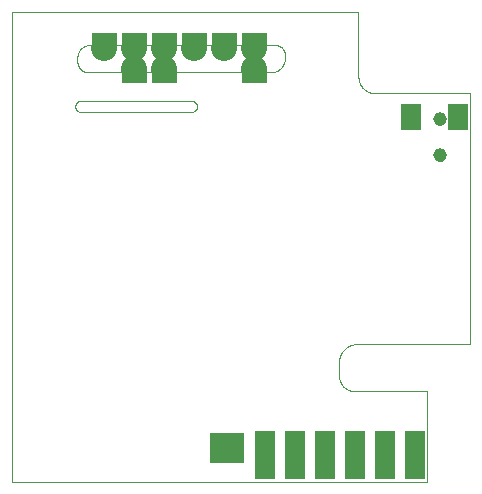
<source format=gbs>
G75*
%MOIN*%
%OFA0B0*%
%FSLAX25Y25*%
%IPPOS*%
%LPD*%
%AMOC8*
5,1,8,0,0,1.08239X$1,22.5*
%
%ADD10C,0.00394*%
%ADD11R,0.11579X0.10095*%
%ADD12R,0.04737X0.04737*%
%ADD13R,0.07098X0.07098*%
%ADD14R,0.06706X0.06706*%
%ADD15C,0.00000*%
%ADD16C,0.04540*%
%ADD17C,0.08713*%
D10*
X0022784Y0008696D02*
X0160949Y0008696D01*
X0160949Y0038821D01*
X0136952Y0038821D01*
X0136810Y0038823D01*
X0136668Y0038829D01*
X0136526Y0038839D01*
X0136385Y0038852D01*
X0136244Y0038870D01*
X0136103Y0038891D01*
X0135963Y0038917D01*
X0135824Y0038946D01*
X0135686Y0038979D01*
X0135549Y0039016D01*
X0135413Y0039056D01*
X0135278Y0039100D01*
X0135144Y0039148D01*
X0135011Y0039200D01*
X0134880Y0039255D01*
X0134751Y0039314D01*
X0134623Y0039377D01*
X0134498Y0039443D01*
X0134373Y0039512D01*
X0134251Y0039585D01*
X0134131Y0039661D01*
X0134013Y0039740D01*
X0133898Y0039823D01*
X0133785Y0039908D01*
X0133674Y0039997D01*
X0133565Y0040089D01*
X0133459Y0040184D01*
X0133356Y0040282D01*
X0133256Y0040382D01*
X0133158Y0040485D01*
X0133063Y0040591D01*
X0132971Y0040700D01*
X0132882Y0040811D01*
X0132797Y0040924D01*
X0132714Y0041039D01*
X0132635Y0041157D01*
X0132559Y0041277D01*
X0132486Y0041400D01*
X0132417Y0041524D01*
X0132351Y0041649D01*
X0132288Y0041777D01*
X0132229Y0041906D01*
X0132174Y0042037D01*
X0132122Y0042170D01*
X0132074Y0042304D01*
X0132030Y0042439D01*
X0131990Y0042575D01*
X0131953Y0042712D01*
X0131920Y0042850D01*
X0131891Y0042989D01*
X0131865Y0043129D01*
X0131844Y0043270D01*
X0131826Y0043411D01*
X0131813Y0043552D01*
X0131803Y0043694D01*
X0131797Y0043836D01*
X0131795Y0043978D01*
X0131795Y0048540D01*
X0131797Y0048694D01*
X0131803Y0048848D01*
X0131813Y0049001D01*
X0131827Y0049154D01*
X0131844Y0049307D01*
X0131866Y0049459D01*
X0131892Y0049611D01*
X0131921Y0049762D01*
X0131955Y0049912D01*
X0131992Y0050062D01*
X0132033Y0050210D01*
X0132078Y0050357D01*
X0132127Y0050503D01*
X0132179Y0050648D01*
X0132235Y0050791D01*
X0132295Y0050933D01*
X0132358Y0051073D01*
X0132425Y0051211D01*
X0132496Y0051348D01*
X0132570Y0051483D01*
X0132648Y0051616D01*
X0132728Y0051747D01*
X0132813Y0051876D01*
X0132900Y0052002D01*
X0132991Y0052126D01*
X0133085Y0052248D01*
X0133182Y0052368D01*
X0133282Y0052484D01*
X0133385Y0052599D01*
X0133491Y0052710D01*
X0133600Y0052819D01*
X0133711Y0052925D01*
X0133826Y0053028D01*
X0133942Y0053128D01*
X0134062Y0053225D01*
X0134184Y0053319D01*
X0134308Y0053410D01*
X0134434Y0053497D01*
X0134563Y0053582D01*
X0134694Y0053662D01*
X0134827Y0053740D01*
X0134962Y0053814D01*
X0135099Y0053885D01*
X0135237Y0053952D01*
X0135377Y0054015D01*
X0135519Y0054075D01*
X0135662Y0054131D01*
X0135807Y0054183D01*
X0135953Y0054232D01*
X0136100Y0054277D01*
X0136248Y0054318D01*
X0136398Y0054355D01*
X0136548Y0054389D01*
X0136699Y0054418D01*
X0136851Y0054444D01*
X0137003Y0054466D01*
X0137156Y0054483D01*
X0137309Y0054497D01*
X0137462Y0054507D01*
X0137616Y0054513D01*
X0137770Y0054515D01*
X0137770Y0054516D02*
X0175455Y0054516D01*
X0175455Y0138091D01*
X0143886Y0138091D01*
X0143738Y0138093D01*
X0143590Y0138099D01*
X0143443Y0138108D01*
X0143296Y0138122D01*
X0143149Y0138139D01*
X0143002Y0138161D01*
X0142857Y0138186D01*
X0142712Y0138214D01*
X0142568Y0138247D01*
X0142424Y0138283D01*
X0142282Y0138324D01*
X0142141Y0138367D01*
X0142001Y0138415D01*
X0141862Y0138466D01*
X0141725Y0138521D01*
X0141589Y0138579D01*
X0141454Y0138641D01*
X0141322Y0138707D01*
X0141191Y0138775D01*
X0141062Y0138848D01*
X0140935Y0138923D01*
X0140810Y0139002D01*
X0140687Y0139084D01*
X0140566Y0139170D01*
X0140448Y0139258D01*
X0140332Y0139350D01*
X0140218Y0139444D01*
X0140107Y0139542D01*
X0139998Y0139642D01*
X0139892Y0139745D01*
X0139789Y0139851D01*
X0139689Y0139960D01*
X0139591Y0140071D01*
X0139497Y0140185D01*
X0139405Y0140301D01*
X0139317Y0140419D01*
X0139231Y0140540D01*
X0139149Y0140663D01*
X0139070Y0140788D01*
X0138995Y0140915D01*
X0138922Y0141044D01*
X0138854Y0141175D01*
X0138788Y0141307D01*
X0138726Y0141442D01*
X0138668Y0141578D01*
X0138613Y0141715D01*
X0138562Y0141854D01*
X0138514Y0141994D01*
X0138471Y0142135D01*
X0138430Y0142277D01*
X0138394Y0142421D01*
X0138361Y0142565D01*
X0138333Y0142710D01*
X0138308Y0142855D01*
X0138286Y0143002D01*
X0138269Y0143149D01*
X0138255Y0143296D01*
X0138246Y0143443D01*
X0138240Y0143591D01*
X0138238Y0143739D01*
X0138239Y0143739D02*
X0138239Y0165285D01*
X0022784Y0165285D01*
X0022784Y0008696D01*
X0045436Y0131992D02*
X0082738Y0131992D01*
X0082818Y0131994D01*
X0082897Y0132000D01*
X0082977Y0132009D01*
X0083055Y0132022D01*
X0083133Y0132039D01*
X0083210Y0132060D01*
X0083286Y0132084D01*
X0083361Y0132112D01*
X0083435Y0132144D01*
X0083506Y0132178D01*
X0083577Y0132217D01*
X0083645Y0132258D01*
X0083711Y0132303D01*
X0083775Y0132351D01*
X0083836Y0132402D01*
X0083895Y0132455D01*
X0083952Y0132512D01*
X0084005Y0132571D01*
X0084056Y0132632D01*
X0084104Y0132696D01*
X0084149Y0132762D01*
X0084190Y0132831D01*
X0084229Y0132901D01*
X0084263Y0132972D01*
X0084295Y0133046D01*
X0084323Y0133121D01*
X0084347Y0133197D01*
X0084368Y0133274D01*
X0084385Y0133352D01*
X0084398Y0133430D01*
X0084407Y0133510D01*
X0084413Y0133589D01*
X0084415Y0133669D01*
X0084413Y0133755D01*
X0084407Y0133841D01*
X0084398Y0133927D01*
X0084385Y0134013D01*
X0084368Y0134097D01*
X0084348Y0134181D01*
X0084323Y0134264D01*
X0084296Y0134346D01*
X0084264Y0134426D01*
X0084230Y0134505D01*
X0084191Y0134583D01*
X0084150Y0134659D01*
X0084105Y0134732D01*
X0084057Y0134804D01*
X0084006Y0134874D01*
X0083952Y0134941D01*
X0083895Y0135006D01*
X0083835Y0135068D01*
X0083773Y0135128D01*
X0083708Y0135185D01*
X0083641Y0135239D01*
X0083571Y0135290D01*
X0083499Y0135338D01*
X0083426Y0135383D01*
X0083350Y0135424D01*
X0083272Y0135463D01*
X0083193Y0135497D01*
X0083113Y0135529D01*
X0083031Y0135556D01*
X0082948Y0135581D01*
X0082864Y0135601D01*
X0082780Y0135618D01*
X0082694Y0135631D01*
X0082608Y0135640D01*
X0082522Y0135646D01*
X0082436Y0135648D01*
X0081529Y0135648D01*
X0081529Y0135647D01*
X0081528Y0135646D01*
X0081527Y0135646D01*
X0045655Y0135646D01*
X0045656Y0135646D02*
X0045573Y0135644D01*
X0045491Y0135638D01*
X0045409Y0135629D01*
X0045328Y0135616D01*
X0045247Y0135599D01*
X0045167Y0135578D01*
X0045088Y0135554D01*
X0045011Y0135526D01*
X0044934Y0135494D01*
X0044860Y0135459D01*
X0044787Y0135421D01*
X0044715Y0135379D01*
X0044646Y0135334D01*
X0044579Y0135286D01*
X0044515Y0135235D01*
X0044452Y0135180D01*
X0044393Y0135123D01*
X0044336Y0135064D01*
X0044281Y0135002D01*
X0044230Y0134937D01*
X0044182Y0134870D01*
X0044137Y0134801D01*
X0044095Y0134730D01*
X0044057Y0134657D01*
X0044022Y0134582D01*
X0043990Y0134506D01*
X0043962Y0134428D01*
X0043937Y0134350D01*
X0043917Y0134270D01*
X0043900Y0134189D01*
X0043886Y0134108D01*
X0043877Y0134026D01*
X0043871Y0133943D01*
X0043869Y0133861D01*
X0043869Y0133559D01*
X0043871Y0133482D01*
X0043877Y0133405D01*
X0043886Y0133329D01*
X0043899Y0133253D01*
X0043916Y0133178D01*
X0043936Y0133104D01*
X0043961Y0133031D01*
X0043988Y0132959D01*
X0044019Y0132889D01*
X0044054Y0132820D01*
X0044092Y0132753D01*
X0044133Y0132688D01*
X0044177Y0132626D01*
X0044225Y0132565D01*
X0044275Y0132507D01*
X0044328Y0132451D01*
X0044384Y0132398D01*
X0044442Y0132348D01*
X0044503Y0132300D01*
X0044565Y0132256D01*
X0044630Y0132215D01*
X0044697Y0132177D01*
X0044766Y0132142D01*
X0044836Y0132111D01*
X0044908Y0132084D01*
X0044981Y0132059D01*
X0045055Y0132039D01*
X0045130Y0132022D01*
X0045206Y0132009D01*
X0045282Y0132000D01*
X0045359Y0131994D01*
X0045436Y0131992D01*
X0048098Y0145156D02*
X0109088Y0145156D01*
X0109089Y0145156D02*
X0109224Y0145159D01*
X0109360Y0145165D01*
X0109495Y0145176D01*
X0109630Y0145190D01*
X0109764Y0145208D01*
X0109898Y0145230D01*
X0110031Y0145257D01*
X0110163Y0145286D01*
X0110294Y0145320D01*
X0110425Y0145358D01*
X0110554Y0145399D01*
X0110682Y0145444D01*
X0110808Y0145493D01*
X0110933Y0145545D01*
X0111057Y0145602D01*
X0111179Y0145661D01*
X0111299Y0145724D01*
X0111417Y0145791D01*
X0111533Y0145861D01*
X0111647Y0145934D01*
X0111759Y0146011D01*
X0111868Y0146091D01*
X0111976Y0146174D01*
X0112080Y0146260D01*
X0112183Y0146349D01*
X0112282Y0146441D01*
X0112379Y0146536D01*
X0112473Y0146634D01*
X0112564Y0146734D01*
X0112652Y0146837D01*
X0112738Y0146943D01*
X0112820Y0147051D01*
X0112899Y0147161D01*
X0112974Y0147273D01*
X0113047Y0147388D01*
X0113116Y0147505D01*
X0113181Y0147623D01*
X0113243Y0147744D01*
X0113302Y0147866D01*
X0113357Y0147990D01*
X0113408Y0148116D01*
X0113456Y0148243D01*
X0113500Y0148371D01*
X0113540Y0148501D01*
X0113576Y0148631D01*
X0113609Y0148763D01*
X0113638Y0148895D01*
X0113663Y0149029D01*
X0113684Y0149163D01*
X0113701Y0149297D01*
X0113714Y0149432D01*
X0113723Y0149567D01*
X0113729Y0149703D01*
X0113730Y0149839D01*
X0113729Y0149838D02*
X0113729Y0150957D01*
X0113727Y0151069D01*
X0113721Y0151180D01*
X0113712Y0151292D01*
X0113699Y0151403D01*
X0113681Y0151513D01*
X0113661Y0151623D01*
X0113636Y0151732D01*
X0113608Y0151840D01*
X0113576Y0151947D01*
X0113540Y0152053D01*
X0113501Y0152158D01*
X0113458Y0152261D01*
X0113412Y0152363D01*
X0113362Y0152463D01*
X0113309Y0152562D01*
X0113252Y0152658D01*
X0113193Y0152753D01*
X0113130Y0152845D01*
X0113064Y0152935D01*
X0112995Y0153023D01*
X0112923Y0153109D01*
X0112848Y0153192D01*
X0112770Y0153272D01*
X0112690Y0153350D01*
X0112607Y0153425D01*
X0112521Y0153497D01*
X0112433Y0153566D01*
X0112343Y0153632D01*
X0112251Y0153695D01*
X0112156Y0153754D01*
X0112060Y0153811D01*
X0111961Y0153864D01*
X0111861Y0153914D01*
X0111759Y0153960D01*
X0111656Y0154003D01*
X0111551Y0154042D01*
X0111445Y0154078D01*
X0111338Y0154110D01*
X0111230Y0154138D01*
X0111121Y0154163D01*
X0111011Y0154183D01*
X0110901Y0154201D01*
X0110790Y0154214D01*
X0110678Y0154223D01*
X0110567Y0154229D01*
X0110455Y0154231D01*
X0110455Y0154230D02*
X0048720Y0154230D01*
X0048592Y0154228D01*
X0048464Y0154222D01*
X0048337Y0154212D01*
X0048210Y0154199D01*
X0048083Y0154181D01*
X0047957Y0154159D01*
X0047831Y0154134D01*
X0047707Y0154105D01*
X0047583Y0154071D01*
X0047461Y0154035D01*
X0047339Y0153994D01*
X0047219Y0153949D01*
X0047101Y0153901D01*
X0046984Y0153850D01*
X0046868Y0153795D01*
X0046755Y0153736D01*
X0046643Y0153673D01*
X0046533Y0153608D01*
X0046425Y0153539D01*
X0046320Y0153466D01*
X0046217Y0153391D01*
X0046116Y0153312D01*
X0046017Y0153231D01*
X0045921Y0153146D01*
X0045828Y0153058D01*
X0045738Y0152968D01*
X0045650Y0152875D01*
X0045565Y0152779D01*
X0045484Y0152680D01*
X0045405Y0152579D01*
X0045330Y0152476D01*
X0045257Y0152371D01*
X0045188Y0152263D01*
X0045123Y0152153D01*
X0045060Y0152041D01*
X0045001Y0151928D01*
X0044946Y0151812D01*
X0044895Y0151695D01*
X0044847Y0151577D01*
X0044802Y0151457D01*
X0044761Y0151335D01*
X0044725Y0151213D01*
X0044691Y0151089D01*
X0044662Y0150965D01*
X0044637Y0150839D01*
X0044615Y0150713D01*
X0044597Y0150586D01*
X0044584Y0150459D01*
X0044574Y0150332D01*
X0044568Y0150204D01*
X0044566Y0150076D01*
X0044566Y0148688D01*
X0044568Y0148570D01*
X0044574Y0148452D01*
X0044584Y0148334D01*
X0044598Y0148217D01*
X0044615Y0148101D01*
X0044637Y0147984D01*
X0044662Y0147869D01*
X0044691Y0147755D01*
X0044725Y0147642D01*
X0044761Y0147529D01*
X0044802Y0147419D01*
X0044846Y0147309D01*
X0044894Y0147201D01*
X0044946Y0147095D01*
X0045001Y0146991D01*
X0045059Y0146888D01*
X0045121Y0146787D01*
X0045186Y0146689D01*
X0045254Y0146593D01*
X0045326Y0146499D01*
X0045401Y0146408D01*
X0045478Y0146319D01*
X0045559Y0146233D01*
X0045643Y0146149D01*
X0045729Y0146068D01*
X0045818Y0145991D01*
X0045909Y0145916D01*
X0046003Y0145844D01*
X0046099Y0145776D01*
X0046197Y0145711D01*
X0046298Y0145649D01*
X0046401Y0145591D01*
X0046505Y0145536D01*
X0046611Y0145484D01*
X0046719Y0145436D01*
X0046829Y0145392D01*
X0046939Y0145351D01*
X0047052Y0145315D01*
X0047165Y0145281D01*
X0047279Y0145252D01*
X0047394Y0145227D01*
X0047511Y0145205D01*
X0047627Y0145188D01*
X0047744Y0145174D01*
X0047862Y0145164D01*
X0047980Y0145158D01*
X0048098Y0145156D01*
D11*
X0094513Y0019777D03*
D12*
X0101800Y0143977D03*
X0105343Y0143977D03*
X0105343Y0155887D03*
X0101800Y0155887D03*
X0095343Y0155887D03*
X0091800Y0155887D03*
X0085343Y0155887D03*
X0081800Y0155887D03*
X0075343Y0155887D03*
X0071800Y0155887D03*
X0065343Y0155887D03*
X0061800Y0155887D03*
X0055343Y0155887D03*
X0051800Y0155887D03*
X0061805Y0143977D03*
X0065348Y0143977D03*
X0071805Y0143977D03*
X0075348Y0143977D03*
D13*
X0107127Y0022394D03*
X0107127Y0017729D03*
X0107127Y0013000D03*
X0117127Y0013000D03*
X0117127Y0017729D03*
X0117127Y0022394D03*
X0127127Y0022394D03*
X0127127Y0017729D03*
X0127127Y0013000D03*
X0137127Y0013000D03*
X0137127Y0017729D03*
X0137127Y0022394D03*
X0147127Y0022394D03*
X0147127Y0017729D03*
X0147127Y0013000D03*
X0157127Y0013000D03*
X0157127Y0017729D03*
X0157127Y0022394D03*
D14*
X0155848Y0129383D03*
X0155848Y0131306D03*
X0171535Y0131306D03*
X0171535Y0129383D03*
D15*
X0163466Y0129512D02*
X0163468Y0129598D01*
X0163474Y0129685D01*
X0163484Y0129770D01*
X0163498Y0129856D01*
X0163516Y0129940D01*
X0163537Y0130024D01*
X0163563Y0130106D01*
X0163592Y0130188D01*
X0163625Y0130267D01*
X0163662Y0130346D01*
X0163702Y0130422D01*
X0163746Y0130496D01*
X0163793Y0130569D01*
X0163844Y0130639D01*
X0163897Y0130707D01*
X0163954Y0130772D01*
X0164014Y0130834D01*
X0164076Y0130894D01*
X0164141Y0130951D01*
X0164209Y0131004D01*
X0164279Y0131055D01*
X0164352Y0131102D01*
X0164426Y0131146D01*
X0164502Y0131186D01*
X0164581Y0131223D01*
X0164660Y0131256D01*
X0164742Y0131285D01*
X0164824Y0131311D01*
X0164908Y0131332D01*
X0164992Y0131350D01*
X0165078Y0131364D01*
X0165163Y0131374D01*
X0165250Y0131380D01*
X0165336Y0131382D01*
X0165422Y0131380D01*
X0165509Y0131374D01*
X0165594Y0131364D01*
X0165680Y0131350D01*
X0165764Y0131332D01*
X0165848Y0131311D01*
X0165930Y0131285D01*
X0166012Y0131256D01*
X0166091Y0131223D01*
X0166170Y0131186D01*
X0166246Y0131146D01*
X0166320Y0131102D01*
X0166393Y0131055D01*
X0166463Y0131004D01*
X0166531Y0130951D01*
X0166596Y0130894D01*
X0166658Y0130834D01*
X0166718Y0130772D01*
X0166775Y0130707D01*
X0166828Y0130639D01*
X0166879Y0130569D01*
X0166926Y0130496D01*
X0166970Y0130422D01*
X0167010Y0130346D01*
X0167047Y0130267D01*
X0167080Y0130188D01*
X0167109Y0130106D01*
X0167135Y0130024D01*
X0167156Y0129940D01*
X0167174Y0129856D01*
X0167188Y0129770D01*
X0167198Y0129685D01*
X0167204Y0129598D01*
X0167206Y0129512D01*
X0167204Y0129426D01*
X0167198Y0129339D01*
X0167188Y0129254D01*
X0167174Y0129168D01*
X0167156Y0129084D01*
X0167135Y0129000D01*
X0167109Y0128918D01*
X0167080Y0128836D01*
X0167047Y0128757D01*
X0167010Y0128678D01*
X0166970Y0128602D01*
X0166926Y0128528D01*
X0166879Y0128455D01*
X0166828Y0128385D01*
X0166775Y0128317D01*
X0166718Y0128252D01*
X0166658Y0128190D01*
X0166596Y0128130D01*
X0166531Y0128073D01*
X0166463Y0128020D01*
X0166393Y0127969D01*
X0166320Y0127922D01*
X0166246Y0127878D01*
X0166170Y0127838D01*
X0166091Y0127801D01*
X0166012Y0127768D01*
X0165930Y0127739D01*
X0165848Y0127713D01*
X0165764Y0127692D01*
X0165680Y0127674D01*
X0165594Y0127660D01*
X0165509Y0127650D01*
X0165422Y0127644D01*
X0165336Y0127642D01*
X0165250Y0127644D01*
X0165163Y0127650D01*
X0165078Y0127660D01*
X0164992Y0127674D01*
X0164908Y0127692D01*
X0164824Y0127713D01*
X0164742Y0127739D01*
X0164660Y0127768D01*
X0164581Y0127801D01*
X0164502Y0127838D01*
X0164426Y0127878D01*
X0164352Y0127922D01*
X0164279Y0127969D01*
X0164209Y0128020D01*
X0164141Y0128073D01*
X0164076Y0128130D01*
X0164014Y0128190D01*
X0163954Y0128252D01*
X0163897Y0128317D01*
X0163844Y0128385D01*
X0163793Y0128455D01*
X0163746Y0128528D01*
X0163702Y0128602D01*
X0163662Y0128678D01*
X0163625Y0128757D01*
X0163592Y0128836D01*
X0163563Y0128918D01*
X0163537Y0129000D01*
X0163516Y0129084D01*
X0163498Y0129168D01*
X0163484Y0129254D01*
X0163474Y0129339D01*
X0163468Y0129426D01*
X0163466Y0129512D01*
X0163466Y0117480D02*
X0163468Y0117566D01*
X0163474Y0117653D01*
X0163484Y0117738D01*
X0163498Y0117824D01*
X0163516Y0117908D01*
X0163537Y0117992D01*
X0163563Y0118074D01*
X0163592Y0118156D01*
X0163625Y0118235D01*
X0163662Y0118314D01*
X0163702Y0118390D01*
X0163746Y0118464D01*
X0163793Y0118537D01*
X0163844Y0118607D01*
X0163897Y0118675D01*
X0163954Y0118740D01*
X0164014Y0118802D01*
X0164076Y0118862D01*
X0164141Y0118919D01*
X0164209Y0118972D01*
X0164279Y0119023D01*
X0164352Y0119070D01*
X0164426Y0119114D01*
X0164502Y0119154D01*
X0164581Y0119191D01*
X0164660Y0119224D01*
X0164742Y0119253D01*
X0164824Y0119279D01*
X0164908Y0119300D01*
X0164992Y0119318D01*
X0165078Y0119332D01*
X0165163Y0119342D01*
X0165250Y0119348D01*
X0165336Y0119350D01*
X0165422Y0119348D01*
X0165509Y0119342D01*
X0165594Y0119332D01*
X0165680Y0119318D01*
X0165764Y0119300D01*
X0165848Y0119279D01*
X0165930Y0119253D01*
X0166012Y0119224D01*
X0166091Y0119191D01*
X0166170Y0119154D01*
X0166246Y0119114D01*
X0166320Y0119070D01*
X0166393Y0119023D01*
X0166463Y0118972D01*
X0166531Y0118919D01*
X0166596Y0118862D01*
X0166658Y0118802D01*
X0166718Y0118740D01*
X0166775Y0118675D01*
X0166828Y0118607D01*
X0166879Y0118537D01*
X0166926Y0118464D01*
X0166970Y0118390D01*
X0167010Y0118314D01*
X0167047Y0118235D01*
X0167080Y0118156D01*
X0167109Y0118074D01*
X0167135Y0117992D01*
X0167156Y0117908D01*
X0167174Y0117824D01*
X0167188Y0117738D01*
X0167198Y0117653D01*
X0167204Y0117566D01*
X0167206Y0117480D01*
X0167204Y0117394D01*
X0167198Y0117307D01*
X0167188Y0117222D01*
X0167174Y0117136D01*
X0167156Y0117052D01*
X0167135Y0116968D01*
X0167109Y0116886D01*
X0167080Y0116804D01*
X0167047Y0116725D01*
X0167010Y0116646D01*
X0166970Y0116570D01*
X0166926Y0116496D01*
X0166879Y0116423D01*
X0166828Y0116353D01*
X0166775Y0116285D01*
X0166718Y0116220D01*
X0166658Y0116158D01*
X0166596Y0116098D01*
X0166531Y0116041D01*
X0166463Y0115988D01*
X0166393Y0115937D01*
X0166320Y0115890D01*
X0166246Y0115846D01*
X0166170Y0115806D01*
X0166091Y0115769D01*
X0166012Y0115736D01*
X0165930Y0115707D01*
X0165848Y0115681D01*
X0165764Y0115660D01*
X0165680Y0115642D01*
X0165594Y0115628D01*
X0165509Y0115618D01*
X0165422Y0115612D01*
X0165336Y0115610D01*
X0165250Y0115612D01*
X0165163Y0115618D01*
X0165078Y0115628D01*
X0164992Y0115642D01*
X0164908Y0115660D01*
X0164824Y0115681D01*
X0164742Y0115707D01*
X0164660Y0115736D01*
X0164581Y0115769D01*
X0164502Y0115806D01*
X0164426Y0115846D01*
X0164352Y0115890D01*
X0164279Y0115937D01*
X0164209Y0115988D01*
X0164141Y0116041D01*
X0164076Y0116098D01*
X0164014Y0116158D01*
X0163954Y0116220D01*
X0163897Y0116285D01*
X0163844Y0116353D01*
X0163793Y0116423D01*
X0163746Y0116496D01*
X0163702Y0116570D01*
X0163662Y0116646D01*
X0163625Y0116725D01*
X0163592Y0116804D01*
X0163563Y0116886D01*
X0163537Y0116968D01*
X0163516Y0117052D01*
X0163498Y0117136D01*
X0163484Y0117222D01*
X0163474Y0117307D01*
X0163468Y0117394D01*
X0163466Y0117480D01*
D16*
X0165336Y0117480D03*
X0165336Y0129512D03*
D17*
X0103574Y0146342D03*
X0103574Y0153137D03*
X0093574Y0153137D03*
X0083574Y0153137D03*
X0073574Y0153137D03*
X0073574Y0146342D03*
X0063574Y0146342D03*
X0063574Y0153137D03*
X0053574Y0153137D03*
M02*

</source>
